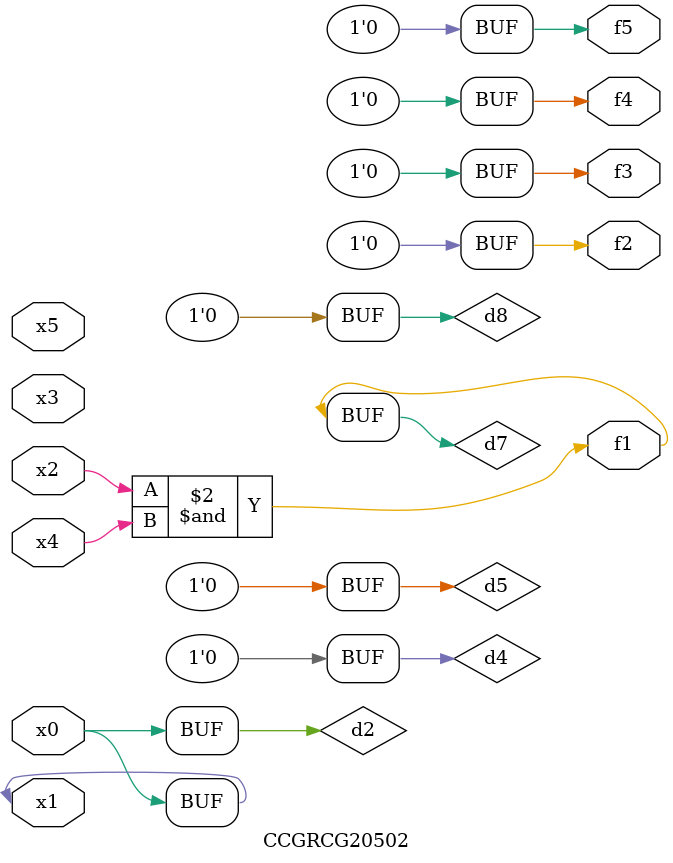
<source format=v>
module CCGRCG20502(
	input x0, x1, x2, x3, x4, x5,
	output f1, f2, f3, f4, f5
);

	wire d1, d2, d3, d4, d5, d6, d7, d8, d9;

	nand (d1, x1);
	buf (d2, x0, x1);
	nand (d3, x2, x4);
	and (d4, d1, d2);
	and (d5, d1, d2);
	nand (d6, d1, d3);
	not (d7, d3);
	xor (d8, d5);
	nor (d9, d5, d6);
	assign f1 = d7;
	assign f2 = d8;
	assign f3 = d8;
	assign f4 = d8;
	assign f5 = d8;
endmodule

</source>
